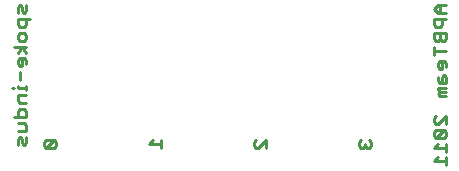
<source format=gbo>
G75*
G70*
%OFA0B0*%
%FSLAX24Y24*%
%IPPOS*%
%LPD*%
%AMOC8*
5,1,8,0,0,1.08239X$1,22.5*
%
%ADD10C,0.0100*%
D10*
X001518Y004207D02*
X001784Y004474D01*
X001851Y004407D01*
X001851Y004274D01*
X001784Y004207D01*
X001518Y004207D01*
X001451Y004274D01*
X001451Y004407D01*
X001518Y004474D01*
X001784Y004474D01*
X000851Y004401D02*
X000784Y004334D01*
X000718Y004401D01*
X000718Y004534D01*
X000651Y004601D01*
X000584Y004534D01*
X000584Y004334D01*
X000851Y004401D02*
X000851Y004601D01*
X000851Y004794D02*
X000584Y004794D01*
X000584Y005061D02*
X000784Y005061D01*
X000851Y004994D01*
X000851Y004794D01*
X000851Y005255D02*
X000451Y005255D01*
X000584Y005255D02*
X000584Y005455D01*
X000651Y005521D01*
X000784Y005521D01*
X000851Y005455D01*
X000851Y005255D01*
X000851Y005715D02*
X000651Y005715D01*
X000584Y005782D01*
X000584Y005982D01*
X000851Y005982D01*
X000851Y006155D02*
X000851Y006289D01*
X000851Y006222D02*
X000584Y006222D01*
X000584Y006289D01*
X000451Y006222D02*
X000384Y006222D01*
X000651Y006482D02*
X000651Y006749D01*
X000651Y006943D02*
X000584Y007009D01*
X000584Y007143D01*
X000651Y007209D01*
X000784Y007209D01*
X000851Y007143D01*
X000851Y007009D01*
X000718Y006943D02*
X000718Y007209D01*
X000851Y007393D02*
X000718Y007593D01*
X000584Y007393D01*
X000451Y007593D02*
X000851Y007593D01*
X000784Y007786D02*
X000651Y007786D01*
X000584Y007853D01*
X000584Y007987D01*
X000651Y008053D01*
X000784Y008053D01*
X000851Y007987D01*
X000851Y007853D01*
X000784Y007786D01*
X000784Y008247D02*
X000651Y008247D01*
X000584Y008314D01*
X000584Y008514D01*
X000985Y008514D01*
X000851Y008514D02*
X000851Y008314D01*
X000784Y008247D01*
X000784Y008707D02*
X000718Y008774D01*
X000718Y008907D01*
X000651Y008974D01*
X000584Y008907D01*
X000584Y008707D01*
X000784Y008707D02*
X000851Y008774D01*
X000851Y008974D01*
X000718Y006943D02*
X000651Y006943D01*
X004951Y004341D02*
X005351Y004341D01*
X005351Y004474D02*
X005351Y004207D01*
X005084Y004474D02*
X004951Y004341D01*
X008451Y004274D02*
X008451Y004407D01*
X008518Y004474D01*
X008451Y004274D02*
X008518Y004207D01*
X008584Y004207D01*
X008851Y004474D01*
X008851Y004207D01*
X011951Y004274D02*
X012018Y004207D01*
X012084Y004207D01*
X012151Y004274D01*
X012218Y004207D01*
X012284Y004207D01*
X012351Y004274D01*
X012351Y004407D01*
X012284Y004474D01*
X012151Y004341D02*
X012151Y004274D01*
X011951Y004274D02*
X011951Y004407D01*
X012018Y004474D01*
X014451Y004631D02*
X014518Y004564D01*
X014784Y004831D01*
X014851Y004764D01*
X014851Y004631D01*
X014784Y004564D01*
X014518Y004564D01*
X014451Y004631D02*
X014451Y004764D01*
X014518Y004831D01*
X014784Y004831D01*
X014851Y005024D02*
X014851Y005291D01*
X014584Y005024D01*
X014518Y005024D01*
X014451Y005091D01*
X014451Y005225D01*
X014518Y005291D01*
X014651Y005945D02*
X014851Y005945D01*
X014851Y006079D02*
X014651Y006079D01*
X014584Y006012D01*
X014651Y005945D01*
X014651Y006079D02*
X014584Y006145D01*
X014584Y006212D01*
X014851Y006212D01*
X014851Y006405D02*
X014651Y006405D01*
X014584Y006472D01*
X014584Y006606D01*
X014718Y006606D02*
X014718Y006405D01*
X014851Y006405D02*
X014851Y006606D01*
X014784Y006672D01*
X014718Y006606D01*
X014718Y006866D02*
X014718Y007133D01*
X014784Y007133D02*
X014651Y007133D01*
X014584Y007066D01*
X014584Y006933D01*
X014651Y006866D01*
X014718Y006866D01*
X014851Y006933D02*
X014851Y007066D01*
X014784Y007133D01*
X014851Y007460D02*
X014451Y007460D01*
X014451Y007593D02*
X014451Y007326D01*
X014518Y007786D02*
X014584Y007786D01*
X014651Y007853D01*
X014651Y008053D01*
X014851Y008053D02*
X014451Y008053D01*
X014451Y007853D01*
X014518Y007786D01*
X014651Y007853D02*
X014718Y007786D01*
X014784Y007786D01*
X014851Y007853D01*
X014851Y008053D01*
X014651Y008247D02*
X014518Y008247D01*
X014451Y008314D01*
X014451Y008514D01*
X014851Y008514D01*
X014718Y008514D02*
X014718Y008314D01*
X014651Y008247D01*
X014651Y008707D02*
X014651Y008974D01*
X014584Y008974D02*
X014451Y008841D01*
X014584Y008707D01*
X014851Y008707D01*
X014851Y008974D02*
X014584Y008974D01*
X014584Y004371D02*
X014451Y004237D01*
X014851Y004237D01*
X014851Y004104D02*
X014851Y004371D01*
X014851Y003910D02*
X014851Y003643D01*
X014851Y003777D02*
X014451Y003777D01*
X014584Y003910D01*
M02*

</source>
